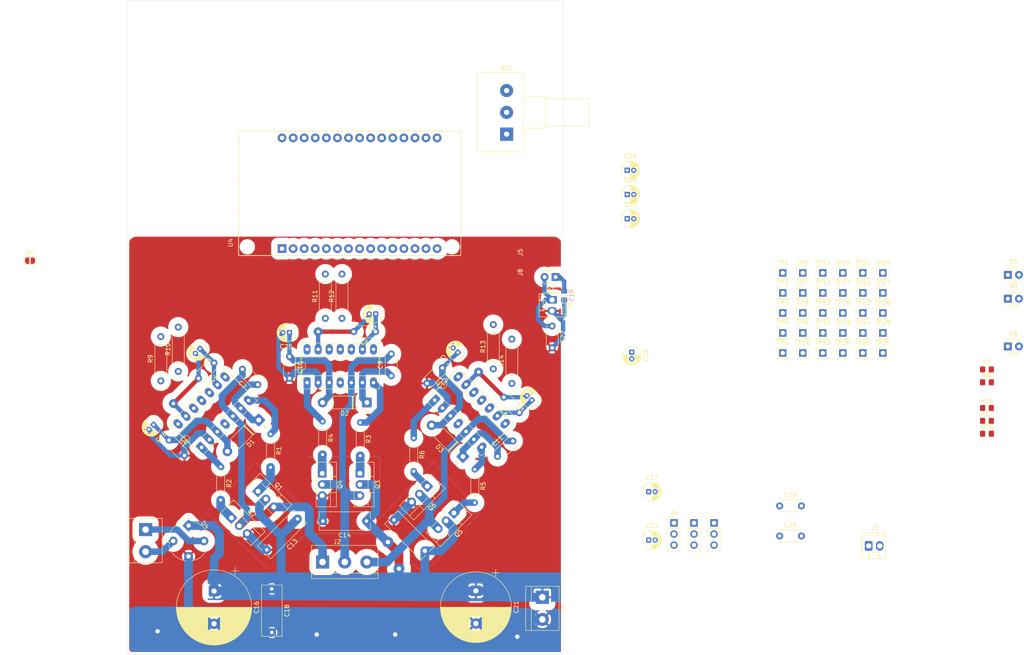
<source format=kicad_pcb>
(kicad_pcb (version 20241229) (generator "pcbnew") (generator_version "9.0")
  (layers (0 "F.Cu" signal) (2 "B.Cu" signal) (13 "F.Paste" user) (15 "B.Paste" user) (5 "F.SilkS" user "F.Silkscreen") (7 "B.SilkS" user "B.Silkscreen") (1 "F.Mask" user) (3 "B.Mask" user) (25 "Edge.Cuts" user))
  (net 0 "")
  (net 1 "Net-(D1-K)")
  (net 2 "/OUT_A")
  (net 3 "COM")
  (net 4 "VDRV")
  (net 5 "VDD")
  (net 6 "VEXT")
  (net 7 "Net-(D2-K)")
  (net 8 "/OUT_B")
  (net 9 "Net-(D3-K)")
  (net 10 "/OUT_C")
  (net 11 "VD")
  (net 12 "Net-(Q1-G)")
  (net 13 "Net-(Q2-G)")
  (net 14 "Net-(Q3-G)")
  (net 15 "Net-(Q4-G)")
  (net 16 "Net-(Q5-G)")
  (net 17 "Net-(Q6-G)")
  (net 18 "Net-(U1-HO)")
  (net 19 "Net-(U1-LO)")
  (net 20 "Net-(U3-HO)")
  (net 21 "Net-(U3-LO)")
  (net 22 "NEUT")
  (net 23 "LINE")
  (net 24 "/LIN_A")
  (net 26 "/HIN_A")
  (net 30 "Net-(D5-K)")
  (net 31 "Net-(D6-K)")
  (net 32 "Net-(D7-K)")
  (net 33 "Net-(D8-K)")
  (net 34 "Net-(U2-HO)")
  (net 35 "Net-(U2-LO)")
  (net 36 "Net-(U4-D2)")
  (net 44 "Net-(U4-D4)")
  (net 45 "Net-(U4-RX2)")
  (net 46 "Net-(U4-TX2)")
  (net 47 "Net-(U4-D5)")
  (net 48 "Net-(U4-D34)")
  (net 58 "/LIN_B")
  (net 60 "/HIN_B")
  (net 63 "/HIN_C")
  (net 64 "Net-(J8-Pin_2)")
  (net 65 "Net-(J8-Pin_1)")
  (net 66 "Net-(J8-Pin_3)")
  (net 67 "/LIN_C")
  (net 70 "Net-(U4-D15)")
  (net 74 "VSS")
  (footprint "Capacitor_THT:C_Disc_D4.7mm_W2.5mm_P5.00mm" (layer "F.Cu") (at 153.75 80.5 -90)
    (property "Reference" "C22")
    (property "Value" "1u-50V")
  )
  (footprint "Capacitor_THT:CP_Radial_D4.0mm_P1.50mm" (layer "F.Cu") (at 72.98142 85.711329 -135)
    (property "Reference" "C1")
    (property "Value" "10u-25V")
  )
  (footprint "Jumper:SolderJumper-2_P1.3mm_Open_RoundedPad1.0x1.5mm" (layer "F.Cu") (at 34 65.5)
    (property "Reference" "JP1")
    (property "Value" "Jumper_2_Bridged")
  )
  (footprint "Capacitor_THT:C_Disc_D4.7mm_W2.5mm_P5.00mm" (layer "F.Cu") (at 93.5 87.5 -90)
    (property "Reference" "C10")
    (property "Value" "1u-50V")
  )
  (footprint "Connector_PinHeader_2.54mm:PinHeader_1x01_P2.54mm_Vertical" (layer "F.Cu") (at 211.23 72.91)
    (property "Reference" "TP7")
    (property "Value" "TestPoint")
  )
  (footprint "Package_DIP:DIP-14_W7.62mm_Socket_LongPads" (layer "F.Cu") (at 97.536 93.472 90)
    (property "Reference" "U2")
    (property "Value" "IR2110-B")
  )
  (footprint "Resistor_THT:R_Axial_DIN0204_L3.6mm_D1.6mm_P7.62mm_Horizontal" (layer "F.Cu") (at 122 106.19 -90)
    (property "Reference" "R6")
    (property "Value" "18")
  )
  (footprint "LED_THT:LED_D3.0mm" (layer "F.Cu") (at 258.26 85.17)
    (property "Reference" "D8")
    (property "Value" "Red")
  )
  (footprint "Capacitor_THT:C_Disc_D4.7mm_W2.5mm_P5.00mm" (layer "F.Cu") (at 113.244 81.788 180)
    (property "Reference" "C5")
    (property "Value" "1u-50V")
  )
  (footprint "Capacitor_THT:C_Disc_D4.7mm_W2.5mm_P5.00mm" (layer "F.Cu") (at 205.92 128.65)
    (property "Reference" "C24")
    (property "Value" "1u-50V")
  )
  (footprint "Resistor_THT:R_Axial_DIN0207_L6.3mm_D2.5mm_P10.16mm_Horizontal" (layer "F.Cu") (at 64 93.08 90)
    (property "Reference" "R9")
    (property "Value" "10")
  )
  (footprint "Connector_PinHeader_2.54mm:PinHeader_1x03_P2.54mm_Vertical" (layer "F.Cu") (at 190.87 125.66)
    (property "Reference" "J8")
    (property "Value" "Conn_01x03_Pin")
  )
  (footprint "Package_TO_SOT_THT:TO-220-3_Vertical" (layer "F.Cu") (at 125.109313 117.261483 -135)
    (property "Reference" "Q6")
    (property "Value" "IRF820")
  )
  (footprint "Resistor_THT:R_Axial_DIN0204_L3.6mm_D1.6mm_P7.62mm_Horizontal" (layer "F.Cu") (at 77.724 112.776 -90)
    (property "Reference" "R2")
    (property "Value" "18")
  )
  (footprint "Capacitor_THT:C_Disc_D4.7mm_W2.5mm_P5.00mm" (layer "F.Cu") (at 86.24038 93.948416 135)
    (property "Reference" "C7")
    (property "Value" "1u-50V")
  )
  (footprint "Capacitor_THT:CP_Radial_D4.0mm_P1.50mm" (layer "F.Cu") (at 113.284 77.724 180)
    (property "Reference" "C2")
    (property "Value" "10u-25V")
  )
  (footprint "esp32devkitv1:MODULE_ESP32_DEVKIT_V1" (layer "F.Cu") (at 107.315 50.05 90)
    (property "Reference" "U4")
    (property "Value" "ESP32-DEVKIT-V1")
  )
  (footprint "Connector_PinHeader_2.54mm:PinHeader_1x01_P2.54mm_Vertical" (layer "F.Cu") (at 215.82 82.09)
    (property "Reference" "TP14")
    (property "Value" "TestPoint")
  )
  (footprint "Connector_PinHeader_2.54mm:PinHeader_1x01_P2.54mm_Vertical" (layer "F.Cu") (at 215.82 77.5)
    (property "Reference" "TP13")
    (property "Value" "TestPoint")
  )
  (footprint "Capacitor_THT:CP_Radial_D4.0mm_P1.50mm" (layer "F.Cu") (at 175.874801 129.59)
    (property "Reference" "C23")
    (property "Value" "10u-25V")
  )
  (footprint "Connector_PinHeader_2.54mm:PinHeader_1x01_P2.54mm_Vertical" (layer "F.Cu") (at 229.59 72.91)
    (property "Reference" "TP27")
    (property "Value" "TestPoint")
  )
  (footprint "Capacitor_THT:CP_Radial_D4.0mm_P1.50mm" (layer "F.Cu") (at 93.5 82 180)
    (property "Reference" "C25")
    (property "Value" "10u-25V")
  )
  (footprint "Capacitor_THT:CP_Radial_D4.0mm_P1.50mm" (layer "F.Cu") (at 170.966 50.33)
    (property "Reference" "C29")
    (property "Value" "10u-25V")
  )
  (footprint "Capacitor_THT:C_Disc_D4.7mm_W2.5mm_P5.00mm" (layer "F.Cu") (at 205.92 121.75)
    (property "Reference" "C19")
    (property "Value" "1u-50V")
  )
  (footprint "Connector_PinHeader_2.54mm:PinHeader_1x01_P2.54mm_Vertical" (layer "F.Cu") (at 206.64 72.91)
    (property "Reference" "TP2")
    (property "Value" "TestPoint")
  )
  (footprint "Resistor_THT:R_Axial_DIN0207_L6.3mm_D2.5mm_P10.16mm_Horizontal" (layer "F.Cu") (at 105.537 78.74 90)
    (property "Reference" "R12")
    (property "Value" "10")
  )
  (footprint "Resistor_SMD:R_0805_2012Metric_Pad1.20x1.40mm_HandSolder" (layer "F.Cu") (at 253.47 105.2)
    (property "Reference" "R18")
    (property "Value" "150k")
  )
  (footprint "Resistor_THT:R_Axial_DIN0204_L3.6mm_D1.6mm_P7.62mm_Horizontal" (layer "F.Cu") (at 89.154 105.283 -90)
    (property "Reference" "R1")
    (property "Value" "18")
  )
  (footprint "Connector_PinHeader_2.54mm:PinHeader_1x01_P2.54mm_Vertical" (layer "F.Cu") (at 225 68.32)
    (property "Reference" "TP21")
    (property "Value" "TestPoint")
  )
  (footprint "Connector_PinHeader_2.54mm:PinHeader_1x01_P2.54mm_Vertical" (layer "F.Cu") (at 211.23 82.09)
    (property "Reference" "TP9")
    (property "Value" "TestPoint")
  )
  (footprint "Connector_Molex:Molex_KK-254_AE-6410-02A_1x02_P2.54mm_Vertical" (layer "F.Cu") (at 226.34 130.92)
    (property "Reference" "J3")
    (property "Value" "5Vext In")
  )
  (footprint "Connector_PinHeader_2.54mm:PinHeader_1x01_P2.54mm_Vertical" (layer "F.Cu") (at 229.59 77.5)
    (property "Reference" "TP28")
    (property "Value" "TestPoint")
  )
  (footprint "Capacitor_THT:C_Rect_L11.5mm_W4.0mm_P10.00mm_MKT" (layer "F.Cu") (at 111.172 125.222 180)
    (property "Reference" "C14")
    (property "Value" "22n-400V")
  )
  (footprint "Connector_PinHeader_2.54mm:PinHeader_1x01_P2.54mm_Vertical" (layer "F.Cu") (at 211.23 86.68)
    (property "Reference" "TP10")
    (property "Value" "TestPoint")
  )
  (footprint "LED_THT:LED_D3.0mm" (layer "F.Cu") (at 154.54 69.25 180)
    (property "Reference" "D7")
    (property "Value" "Red")
  )
  (footprint "Connector_PinHeader_2.54mm:PinHeader_1x01_P2.54mm_Vertical" (layer "F.Cu") (at 225 82.09)
    (property "Reference" "TP24")
    (property "Value" "TestPoint")
  )
  (footprint "Capacitor_THT:C_Disc_D4.7mm_W2.5mm_P5.00mm" (layer "F.Cu") (at 76.186028 88.972505 -135)
    (property "Reference" "C4")
    (property "Value" "1u-50V")
  )
  (footprint "Capacitor_THT:CP_Radial_D4.0mm_P1.50mm" (layer "F.Cu") (at 172 86.5 -90)
    (property "Reference" "C20")
    (property "Value" "10u-25V")
  )
  (footprint "Connector_PinHeader_2.54mm:PinHeader_1x01_P2.54mm_Vertical" (layer "F.Cu") (at 206.64 77.5)
    (property "Reference" "TP3")
    (property "Value" "TestPoint")
  )
  (footprint "Capacitor_THT:CP_Radial_D17.0mm_P7.50mm" (layer "F.Cu") (at 76.2 141.284733 -90)
    (property "Reference" "C16")
    (property "Value" "100u-450V")
  )
  (footprint "Diode_THT:D_DO-41_SOD81_P10.16mm_Horizontal" (layer "F.Cu") (at 86.448269 102.058931 -135)
    (property "Reference" "D1")
    (property "Value" "FR104")
  )
  (footprint "Connector_PinHeader_2.54mm:PinHeader_1x01_P2.54mm_Vertical" (layer "F.Cu") (at 225 77.5)
    (property "Reference" "TP23")
    (property "Value" "TestPoint")
  )
  (footprint "TerminalBlock:TerminalBlock_bornier-2_P5.08mm" (layer "F.Cu") (at 60.5 127.17 -90)
    (property "Reference" "J1")
    (property "Value" "220Vac In")
  )
  (footprint "Connector_PinHeader_2.54mm:PinHeader_1x01_P2.54mm_Vertical" (layer "F.Cu") (at 229.59 82.09)
    (property "Reference" "TP29")
    (property "Value" "TestPoint")
  )
  (footprint "Connector_PinHeader_2.54mm:PinHeader_1x01_P2.54mm_Vertical" (layer "F.Cu") (at 220.41 86.68)
    (property "Reference" "TP20")
    (property "Value" "TestPoint")
  )
  (footprint "Capacitor_THT:CP_Radial_D4.0mm_P1.50mm" (layer "F.Cu") (at 175.874801 118.49)
    (property "Reference" "C17")
    (property "Value" "10u-25V")
  )
  (footprint "Diode_THT:D_DO-41_SOD81_P10.16mm_Horizontal" (layer "F.Cu") (at 133.278943 110.434205 135)
    (property "Reference" "D3")
    (property "Value" "FR104")
  )
  (footprint "Resistor_SMD:R_0805_2012Metric_Pad1.20x1.40mm_HandSolder" (layer "F.Cu") (at 253.47 102.25)
    (property "Reference" "R17")
    (property "Value" "150k")
  )
  (footprint "Connector_PinHeader_2.54mm:PinHeader_1x01_P2.54mm_Vertical" (layer "F.Cu") (at 229.59 68.32)
    (property "Reference" "TP26")
    (property "Value" "TestPoint")
  )
  (footprint "Capacitor_THT:C_Disc_D4.7mm_W2.5mm_P5.00mm" (layer "F.Cu") (at 146.193541 100.370661 135)
    (property "Reference" "C6")
    (property "Value" "1u-50V")
  )
  (footprint "Connector_PinHeader_2.54mm:PinHeader_1x01_P2.54mm_Vertical" (layer "F.Cu") (at 206.64 86.68)
    (property "Reference" "TP5")
    (property "Value" "TestPoint")
  )
  (footprint "Connector_PinHeader_2.54mm:PinHeader_1x01_P2.54mm_Vertical" (layer "F.Cu") (at 206.64 82.09)
    (property "Reference" "TP4")
    (property "Value" "TestPoint")
  )
  (footprint "Capacitor_THT:C_Disc_D4.7mm_W2.5mm_P5.00mm" (layer "F.Cu") (at 141.209853 110.40592 45)
    (property "Reference" "C11")
    (property "Value" "1u-50V")
  )
  (footprint "Connector_PinHeader_2.54mm:PinHeader_1x01_P2.54mm_Vertical" (layer "F.Cu") (at 229.59 86.68)
    (property "Reference" "TP30")
    (property "Value" "TestPoint")
  )
  (footprint "LED_THT:LED_D3.0mm" (layer "F.Cu") (at 258.26 68.76)
    (property "Reference" "D5")
    (property "Value" "Red")
  )
  (footprint "TerminalBlock:TerminalBlock_bornier-3_P5.08mm" (layer "F.Cu") (at 101.092 134.62)
    (property "Reference" "J2")
    (property "Value" "Motor")
  )
  (footprint "Package_TO_SOT_THT:TO-220-3_Vertical" (layer "F.Cu") (at 86.301458 118.390177 -45)
    (property "Reference" "Q1")
    (property "Value" "IRF820")
  )
  (footprint "Capacitor_THT:CP_Radial_D16.0mm_P7.50mm" (layer "F.Cu") (at 136.25 141.224 -90)
    (property "Reference" "C21")
    (property "Value" "47u-450V")
  )
  (footprint "Resistor_THT:R_Axial_DIN0207_L6.3mm_D2.5mm_P10.16mm_Horizontal" (layer "F.Cu") (at 140.25 90.33 90)
    (property "Reference" "R13")
    (property "Value" "10")
  )
  (footprint "Capacitor_THT:C_Disc_D4.7mm_W2.5mm_P5.00mm" (layer "F.Cu") (at 65.876411 106.65866 -45)
    (property "Reference" "C8")
    (property "Value" "1u-50V")
  )
  (footprint "Connector_PinHeader_2.54mm:PinHeader_1x01_P2.54mm_Vertical" (layer "F.Cu") (at 220.41 68.32)
    (property "Reference" "TP16")
    (property "Value" "TestPoint")
  )
  (footprint "Capacitor_THT:CP_Radial_D4.0mm_P1.50mm" (layer "F.Cu") (at 149.078537 97.508293 135)
    (property "Reference" "C3")
    (property "Value" "10u-25V")
  )
  (footprint "Connector_PinHeader_2.54mm:PinHeader_1x01_P2.54mm_Vertical" (layer "F.Cu") (at 211.23 68.32)
    (property "Reference" "TP6")
    (property "Value" "TestPoint")
  )
  (footprint "Connector_PinHeader_2.54mm:PinHeader_1x01_P2.54mm_Vertical" (layer "F.Cu") (at 215.82 72.91)
    (property "Reference" "TP12")
    (property "Value" "TestPoint")
  )
  (footprint "Connector_PinHeader_2.54mm:PinHeader_1x01_P2.54mm_Vertical" (layer "F.Cu") (at 225 72.91)
    (property "Reference" "TP22")
    (property "Value" "TestPoint")
  )
  (footprint "Resistor_THT:R_Axial_DIN0204_L3.6mm_D1.6mm_P7.62mm_Horizontal" (layer "F.Cu") (at 136 113.38 -90)
    (property "Reference" "R5")
    (property "Value" "18")
  )
  (footprint "Capacitor_THT:CP_Radial_D4.0mm_P1.50mm" (layer "F.Cu") (at 62.340877 103.123126 -135)
    (property "Reference" "C26")
    (property "Value" "10u-25V")
  )
  (footprint "Package_TO_SOT_THT:TO-220-3_Vertical" (layer "F.Cu") (at 80.194884 124.496751 -45)
    (property "Reference" "Q2")
    (property "Value" "IRF820")
  )
  (footprint "Resistor_THT:R_Axial_DIN0207_L6.3mm_D2.5mm_P10.16mm_Horizontal" (layer "F.Cu") (at 68 90.91 90)
    (property "Reference" "R10")
    (property "Value" "10")
  )
  (footprint "Connector_PinHeader_2.54mm:PinHeader_1x01_P2.54mm_Vertical" (layer "F.Cu") (at 211.23 77.5)
    (property "Reference" "TP8")
    (property "Value" "TestPoint")
  )
  (footprint "TerminalBlock:TerminalBlock_bornier-2_P5.08mm" (layer "F.Cu") (at 151.5 142.71 -90)
    (property "Reference" "J7")
    (property "Value" "Vd out")
  )
  (footprint "Resistor_THT:R_Axial_DIN0204_L3.6mm_D1.6mm_P7.62mm_Horizontal" (layer "F.Cu") (at 101.092 102.362 -90)
    (property "Reference" "R4")
    (property "Value" "18")
  )
  (footprint "Resistor_SMD:R_0805_2012Metric_Pad1.20x1.40mm_HandSolder" (layer "F.Cu") (at 253.47 99.3)
    (property "Reference" "R16")
    (property "Value" "150k")
  )
  (footprint "Capacitor_THT:C_Disc_D4.7mm_W2.5mm_P5.00mm" (layer "F.Cu") (at 116.84 91.908 90)
    (property "Reference" "C9")
    (property "Value" "1u-50V")
  )
  (footprint "Capacitor_THT:C_Rect_L11.5mm_W4.0mm_P10.00mm_MKT" (layer "F.Cu") (at 124.546068 132.039068 135)
    (property "Reference" "C15" (hide yes))
    (property "Value" "22n-400V")
  )
  (footprint "Diode_THT:D_DO-41_SOD81_P10.16mm_Horizontal" (layer "F.Cu") (at 111.252 98.044 180)
    (property "Reference" "D2")
    (property "Value" "FR104")
  )
  (footprint "Diode_THT:Diode_Bridge_Round_D9.0mm" (layer "F.Cu") (at 70.358 126.258466 -45)
    (property "Reference" "D4")
    (property "Value" "W10M")
  )
  (footprint "Package_TO_SOT_THT:TO-220-3_Vertical" (layer "F.Cu") (at 109.648 114.3 -90)
    (property "Reference" "Q3")
    (property "Value" "IRF820")
  )
  (footprint "Resistor_THT:R_Axial_DIN0207_L6.3mm_D2.5mm_P10.16mm_Horizontal" (layer "F.Cu") (at 101.727 78.74 90)
    (property "Reference" "R11")
    (property "Value" "10")
  )
  (footprint "Capacitor_THT:C_Rect_L11.5mm_W4.5mm_P10.00mm_MKT" (layer "F.Cu") (at 89.45 140.78 -90)
    (property "Reference" "C18")
    (property "Value" "10n-400V")
  )
  (footprint "Capacitor_THT:CP_Radial_D4.0mm_P1.50mm" (layer "F.Cu") (at 170.966 55.88)
    (property "Reference" "C30")
    (property "Value" "10u-25V")
  )
  (footprint "Capacitor_THT:C_Disc_D4.7mm_W2.5mm_P5.00mm" (layer "F.Cu") (at 128.57244 90.109127 -135)
    (property "Reference" "C12")
    (property "Value" "1u-50V")
  )
  (footprint "Connector_PinHeader_2.54mm:PinHeader_1x01_P2.54mm_Vertical" (layer "F.Cu") (at 225 86.68)
    (property "Reference" "TP25")
    (property "Value" "TestPoint")
  )
  (footprint "Resistor_THT:R_Axial_DIN0204_L3.6mm_D1.6mm_P7.62mm_Horizontal" (layer "F.Cu") (at 109.728 102.616 -90)
    (property "Reference" "R3")
    (property "Value" "18")
  )
  (footprint "Package_TO_SOT_THT:TO-220-3_Vertical" (layer "F.Cu") (at 131.215887 123.368057 -135)
    (property "Reference" "Q5")
    (property "Value" "IRF820")
  )
  (footprint "Resistor_SMD:R_0805_2012Metric_Pad1.20x1.40mm_HandSolder" (layer "F.Cu") (at 253.47 93.4)
    (property "Reference" "R8")
    (property "Value" "220")
  )
  (footprint "Package_DIP:DIP-14_W7.62mm_Socket_LongPads" (layer "F.Cu") (at 126.813159 97.502636 45)
    (property "Reference" "U3")
    (property "Value" "IR2110-C")
  )
  (footprint "Package_DIP:DIP-14_W7.62mm_Socket_LongPads" (layer "F.Cu") (at 73.340631 108.341574 135)
    (property "Reference" "U1")
    (property "Value" "IR2110-A")
  )
  (footprint "LED_THT:LED_D3.0mm" (layer "F.Cu") (at 258.26 74.23)
    (property "Reference" "D6")
    (property "Value" "Red")
  )
  (footprint "Resistor_SMD:R_0805_2012Metric_Pad1.20x1.40mm_HandSolder" (layer "F.Cu") (at 253.47 90.45)
    (property "Reference" "R7")
    (property "Value" "560")
  )
  (footprint "Connector_PinHeader_2.54mm:PinHeader_1x01_P2.54mm_Vertical" (layer "F.Cu") (at 220.41 77.5)
    (property "Reference" "TP18")
    (property "Value" "TestPoint")
  )
  (footprint "Resistor_THT:R_Axial_DIN0207_L6.3mm_D2.5mm_P10.16mm_Horizontal" (layer "F.Cu") (at 144.5 93.66 90)
    (property "Reference" "R14")
    (property "Value" "10")
  )
  (footprint "Package_TO_SOT_THT:TO-220-3_Vertical" (layer "F.Cu") (at 101.012 114.3 -90)
    (property "Reference" "Q4")
    (property "Value" "IRF820")
  )
  (footprint "Capacitor_THT:CP_Radial_D4.0mm_P1.50mm" (layer "F.Cu") (at 170.966 44.78)
    (property "Reference" "C28")
    (property "Value" "10u-25V")
  )
  (footprint "Connector_PinHeader_2.54mm:PinHeader_1x01_P2.54mm_Vertical" (layer "F.Cu") (at 215.82 68.32)
    (property "Reference" "TP11")
    (property "Value" "TestPoint")
  )
  (footprint "Capacitor_THT:CP_Radial_D4.0mm_P1.50mm" (layer "F.Cu") (at 132.107974 86.573594 135)
    (property "Reference" "C27")
    (property "Value" "10u-25V")
  )
  (footprint "Connector_PinHeader_2.54mm:PinHeader_1x03_P2.54mm_Vertical" (layer "F.Cu") (at 181.69 125.66)
    (property "Reference" "J4")
    (property "Value" "Conn_01x03_Pin")
  )
  (footprint "Connector_PinHeader_2.54mm:PinHeader_1x01_P2.54mm_Vertical" (layer "F.Cu") (at 206.64 68.32)
    (property "Reference" "TP1")
    (property "Value" "TestPoint")
  )
  (footprint "Connector_Molex:Molex_KK-254_AE-6410-02A_1x02_P2.54mm_Vertical" (layer "F.Cu") (at 153.73 74.475 -90)
    (property "Reference" "J6")
    (property "Value" "15Vext In")
  )
  (footprint "Connector_PinHeader_2.54mm:PinHeader_1x01_P2.54mm_Vertical" (layer "F.Cu") (at 220.41 72.91)
    (property "Reference" "TP17")
    (property "Value" "TestPoint")
  )
  (footprint "Connector_PinHeader_2.54mm:PinHeader_1x01_P2.54mm_Vertical" (layer "F.Cu") (at 220.41 82.09)
    (property "Reference" "TP19")
    (property "Value" "TestPoint")
  )
  (footprint "Connector_PinHeader_2.54mm:PinHeader_1x01_P2.54mm_Vertical" (layer "F.Cu") (at 215.82 86.68)
    (property "Reference" "TP15")
    (property "Value" "TestPoint")
  )
  (footprint "Potentiometer_THT:Potentiometer_Alps_RK163_Single_Horizontal" (layer "F.Cu") (at 143.302 36.496 180)
    (property "Reference" "RV1")
    (property "Value" "10k")
  )
  (footprint "Capacitor_THT:C_Rect_L11.5mm_W4.0mm_P10.00mm_MKT" (layer "F.Cu") (at 95.356534 124.734466 -135)
    (property "Reference" "C13")
    (property "Value" "22n-400V")
  )
  (footprint "Connector_PinHeader_2.54mm:PinHeader_1x03_P2.54mm_Vertical" (layer "F.Cu") (at 186.28 125.66)
    (property "Reference" "J5")
    (property "Value" "Conn_01x03_Pin")
  )
  (footprint "Resistor_SMD:R_0805_2012Metric_Pad1.20x1.40mm_HandSolder" (layer "B.Cu") (at 156.5 73.5 90)
    (property "Reference" "R15")
    (property "Value" "2.7k")
  )
  (gr_rect (start 56.25 5.75) (end 156.25 155.75) (stroke (width 0.05)) (fill no) (layer "Edge.Cuts"))
  (segment (start 80.977384 98.017815) (end 82.320887 99.361318) (width 1.5) (layer "B.Cu") (net 1))
  (segment (start 84.141687 93.948416) (end 80.977384 97.112719) (width 1.5) (layer "B.Cu") (net 1))
  (segment (start 86.24038 93.948416) (end 84.141687 93.948416) (width 1.5) (layer "B.Cu") (net 1))
  (segment (start 85.018499 102.058931) (end 82.320887 99.361318) (width 1.5) (layer "B.Cu") (net 1))
  (segment (start 80.977384 97.112719) (end 80.977384 98.017815) (width 1.5) (layer "B.Cu") (net 1))
  (segment (start 85.018499 102.058931) (end 86.448269 102.058931) (width 1.5) (layer "B.Cu") (net 1))
  (segment (start 87.669839 124.206) (end 89.89356 121.982279) (width 2) (layer "F.Cu") (net 2))
  (segment (start 84.077737 124.206) (end 87.669839 124.206) (width 2) (layer "F.Cu") (net 2))
  (segment (start 81.990935 126.292802) (end 84.077737 124.206) (width 2) (layer "F.Cu") (net 2))
  (segment (start 83.75 124.533737) (end 81.990935 126.292802) (width 1.5) (layer "B.Cu") (net 2))
  (segment (start 78.010364 96.487636) (end 78.010364 98.642898) (width 1.5) (layer "B.Cu") (net 2))
  (segment (start 98.044 122.682) (end 98.044 128.016) (width 2) (layer "B.Cu") (net 2))
  (segment (start 82.5 103.132533) (end 82.5 121.25) (width 1.5) (layer "B.Cu") (net 2))
  (segment (start 82.5 121.25) (end 83.75 122.5) (width 1.5) (layer "B.Cu") (net 2))
  (segment (start 89.89356 121.982279) (end 97.344279 121.982279) (width 2) (layer "B.Cu") (net 2))
  (segment (start 101.092 131.064) (end 101.092 134.62) (width 2) (layer "B.Cu") (net 2))
  (segment (start 78.010364 98.642898) (end 80.524835 101.157369) (width 1.5) (layer "B.Cu") (net 2))
  (segment (start 82.704846 90.412882) (end 82.704846 91.793154) (width 1.5) (layer "B.Cu") (net 2))
  (segment (start 83.75 122.5) (end 83.75 124.533737) (width 1.5) (layer "B.Cu") (net 2))
  (segment (start 98.044 128.016) (end 101.092 131.064) (width 2) (layer "B.Cu") (net 2))
  (segment (start 97.344279 121.982279) (end 98.044 122.682) (width 2) (layer "B.Cu") (net 2))
  (segment (start 80.524836 101.157369) (end 82.5 103.132533) (width 1.5) (layer "B.Cu") (net 2))
  (segment (start 82.704846 91.793154) (end 78.010364 96.487636) (width 1.5) (layer "B.Cu") (net 2))
  (via (at 63.25 150.5) (size 3) (drill 1) (layers "F.Cu" "B.Cu") (net 3))
  (via (at 99.75 151.25) (size 3) (drill 1) (layers "F.Cu" "B.Cu") (net 3))
  (via (at 117.75 151.25) (size 3) (drill 1) (layers "F.Cu" "B.Cu") (net 3))
  (via (at 145.75 151.75) (size 3) (drill 1) (layers "F.Cu" "B.Cu") (net 3))
  (segment (start 91 90) (end 93.5 92.5) (width 1) (layer "B.Cu") (net 3))
  (segment (start 70.358 146.812) (end 72.39 148.844) (width 2) (layer "B.Cu") (net 3))
  (segment (start 76.2 148.784733) (end 80.712733 148.784733) (width 2) (layer "B.Cu") (net 3))
  (segment (start 129.686841 98.221056) (end 128.60921 99.298687) (width 1.5) (layer "B.Cu") (net 3))
  (segment (start 80.712733 148.784733) (end 82.804 150.876) (width 2) (layer "B.Cu") (net 3))
  (segment (start 93.472 92.376) (end 94.916 90.932) (width 1.5) (layer "B.Cu") (net 3))
  (segment (start 143.294 147.79) (end 142.24 148.844) (width 2) (layer "B.Cu") (net 3))
  (segment (start 155.6075 78.8925) (end 156.25 79.535) (width 1) (layer "B.Cu") (net 3))
  (segment (start 121.517211 120.925789) (end 117.475 124.968) (width 2) (layer "B.Cu") (net 3))
  (segment (start 66.229965 110.194194) (end 69.411945 110.194194) (width 1) (layer "B.Cu") (net 3))
  (segment (start 151.5 147.79) (end 143.294 147.79) (width 2) (layer "B.Cu") (net 3))
  (segment (start 91 83) (end 91 90) (width 1) (layer "B.Cu") (net 3))
  (segment (start 125.045392 93.523039) (end 126.482233 93.523039) (width 1.5) (layer "B.Cu") (net 3))
  (segment (start 153.73 77.015) (end 155.6075 78.8925) (width 1) (layer "B.Cu") (net 3))
  (segment (start 72.449267 148.784733) (end 76.2 148.784733) (width 2) (layer "B.Cu") (net 3))
  (segment (start 73.699841 105.108682) (end 72.513316 105.108682) (width 1.5) (layer "B.Cu") (net 3))
  (segment (start 156.25 79.535) (end 156.25 83) (width 1) (layer "B.Cu") (net 3))
  (segment (start 72.39 148.844) (end 72.449267 148.784733) (width 2) (layer "B.Cu") (net 3))
  (segment (start 142.12 148.724) (end 136.25 148.724) (width 2) (layer "B.Cu") (net 3))
  (segment (start 142.24 148.844) (end 142.12 148.724) (width 2) (layer "B.Cu") (net 3))
  (segment (start 129.686841 96.784215) (end 129.686841 98.221056) (width 1.5) (layer "B.Cu") (net 3))
  (segment (start 156.5 74.5) (end 156.5 78) (width 1) (layer "B.Cu") (net 3))
  (segment (start 99.436 90.932) (end 100.076 91.572) (width 1.5) (layer "B.Cu") (net 3))
  (segment (start 94.916 90.932) (end 99.436 90.932) (width 1.5) (layer "B.Cu") (net 3))
  (segment (start 87.503667 131.805534) (end 83.786986 128.088853) (width 2) (layer "B.Cu") (net 3))
  (segment (start 156.5 78) (end 155.6075 78.8925) (width 1) (layer "B.Cu") (net 3))
  (segment (start 72.513316 105.108682) (end 69.389318 108.23268) (width 1.5) (layer "B.Cu") (net 3))
  (segment (start 61.280217 104.183786) (end 61.987324 104.890893) (width 1) (layer "B.Cu") (net 3))
  (segment (start 101.012 119.38) (end 101.012 125.062) (width 2) (layer "B.Cu") (net 3))
  (segment (start 156.25 83) (end 153.75 85.5) (width 1) (layer "B.Cu") (net 3))
  (segment (start 100.076 91.572) (end 100.076 93.472) (width 1.5) (layer "B.Cu") (net 3))
  (segment (start 75.136682 106.545523) (end 73.699841 105.108682) (width 1.5) (layer "B.Cu") (net 3))
  (segment (start 121.517211 120.853585) (end 121.517211 120.925789) (width 2) (layer "B.Cu") (net 3))
  (segment (start 82.9 150.78) (end 89.45 150.78) (width 2) (layer "B.Cu") (net 3))
  (segment (start 70.358 133.329534) (end 70.358 146.812) (width 2) (layer "B.Cu") (net 3))
  (segment (start 126.453948 93.551323) (end 129.686841 96.784215) (width 1.5) (layer "B.Cu") (net 3))
  (segment (start 69.389318 108.23268) (end 69.389318 110.137626) (width 1.5) (layer "B.Cu") (net 3))
  (segment (start 82.804 150.876) (end 82.9 150.78) (width 2) (layer "B.Cu") (net 3))
  (segment (start 101.012 125.062) (end 101.172 125.222) (width 2) (layer "B.Cu") (net 3))
  (segment (start 61.987324 104.890893) (end 61.987324 105.951553) (width 1) (layer "B.Cu") (net 3))
  (segment (start 92 82) (end 91 83) (width 1) (layer "B.Cu") (net 3))
  (segment (start 88.285466 131.805534) (end 87.503667 131.805534) (width 2) (layer "B.Cu") (net 3))
  (segment (start 61.987324 105.951553) (end 66.229965 110.194194) (width 1) (layer "B.Cu") (net 3))
  (segment (start 93.5 82) (end 93.5 87.5) (width 1) (layer "B.Cu") (net 4))
  (segment (start 152 80.5) (end 153.75 80.5) (width 1) (layer "B.Cu") (net 4))
  (segment (start 102.616 93.472) (end 102.616 89.408) (width 1.5) (layer "B.Cu") (net 4))
  (segment (start 128.25 103.25) (end 126.094738 103.25) (width 1.5) (layer "B.Cu") (net 4))
  (segment (start 102.616 96.52) (end 101.092 98.044) (width 1.5) (layer "B.Cu") (net 4))
  (segment (start 153.73 74.475) (end 152.275 74.475) (width 1) (layer "B.Cu") (net 4))
  (segment (start 130.405261 101.094738) (end 128.25 103.25) (width 1.5) (layer "B.Cu") (net 4))
  (segment (start 152 69.25) (end 152 72.5) (width 1) (layer "B.Cu") (net 4))
  (segment (start 74.418261 102.235) (end 72.263 102.235) (width 1.5) (layer "B.Cu") (net 4))
  (segment (start 102.616 93.472) (end 102.616 96.52) (width 1.5) (layer "B.Cu") (net 4))
  (segment (start 128.552641 92.057914) (end 132.560523 96.065795) (width 1.5) (layer "B.Cu") (net 4))
  (segment (start 62.340877 103.123126) (end 65.876411 106.65866) (width 1) (layer "B.Cu") (net 4))
  (segment (start 132.107974 86.573594) (end 128.57244 90.109127) (width 1) (layer "B.Cu") (net 4))
  (segment (start 150.5 79) (end 152 80.5) (width 1) (layer "B.Cu") (net 4))
  (segment (start 79.264064 107.080803) (end 76.932733 104.749472) (width 1.5) (layer "B.Cu") (net 4))
  (segment (start 79.264064 107.080803) (end 79.264064 109.243135) (width 1.5) (layer "B.Cu") (net 4))
  (segment (start 72.263 102.235) (end 67.895908 106.602092) (width 1.5) (layer "B.Cu") (net 4))
  (segment (start 101.6 88.392) (end 94.488 88.392) (width 1.5) (layer "B.Cu") (net 4))
  (segment (start 153.73 74.475) (end 151.8775 72.6225) (width 1) (layer "B.Cu") (net 4))
  (segment (start 152.275 74.475) (end 150.5 76.25) (width 1) (layer "B.Cu") (net 4))
  (segment (start 76.932733 104.749472) (end 74.418261 102.235) (width 1.5) (layer "B.Cu") (net 4))
  (segment (start 128.580926 89.987505) (end 128.580926 92.029629) (width 1.5) (layer "B.Cu") (net 4))
  (segment (start 102.616 89.408) (end 101.6 88.392) (width 1.5) (layer "B.Cu") (net 4))
  (segment (start 132.560523 96.065795) (end 132.560523 98.939477) (width 1.5) (layer "B.Cu") (net 4))
  (segment (start 132.560523 98.939477) (end 130.405261 101.094738) (width 1.5) (layer "B.Cu") (net 4))
  (segment (start 94.488 88.392) (end 93.472 87.376) (width 1.5) (layer "B.Cu") (net 4))
  (segment (start 150.5 76.25) (end 150.5 79) (width 1) (layer "B.Cu") (net 4))
  (segment (start 67.895908 106.602092) (end 65.853784 106.602092) (width 1.5) (layer "B.Cu") (net 4))
  (segment (start 72.98142 85.711329) (end 76.186028 88.915937) (width 1) (layer "B.Cu") (net 5))
  (segment (start 141.181568 101.094738) (end 141.905646 100.370661) (width 1) (layer "B.Cu") (net 5))
  (segment (start 76.932733 93.973165) (end 76.186028 93.22646) (width 1) (layer "B.Cu") (net 5))
  (segment (start 113.284 77.724) (end 113.284 81.748) (width 1) (layer "B.Cu") (net 5))
  (segment (start 146.216169 100.370661) (end 146.193541 100.370661) (width 1) (layer "B.Cu") (net 5))
  (segment (start 113.284 81.748) (end 113.244 81.788) (width 1) (layer "B.Cu") (net 5))
  (segment (start 76.186028 88.915937) (end 76.186028 88.972505) (width 1) (layer "B.Cu") (net 5))
  (segment (start 110.236 84.796) (end 113.244 81.788) (width 1) (layer "B.Cu") (net 5))
  (segment (start 141.181568 101.03817) (end 141.181568 101.094738) (width 1) (layer "B.Cu") (net 5))
  (segment (start 110.196 85.812) (end 110.236 85.852) (width 1) (layer "B.Cu") (net 5))
  (segment (start 110.236 85.852) (end 110.236 84.796) (width 1) (layer "B.Cu") (net 5))
  (segment (start 141.905646 100.370661) (end 146.193541 100.370661) (width 1) (layer "B.Cu") (net 5))
  (segment (start 76.186028 93.22646) (end 76.186028 88.972505) (width 1) (layer "B.Cu") (net 5))
  (segment (start 76.876164 93.973165) (end 76.932733 93.973165) (width 1) (layer "B.Cu") (net 5))
  (segment (start 149.078537 97.508293) (end 146.216169 100.370661) (width 1) (layer "B.Cu") (net 5))
  (segment (start 110.236 91.44) (end 110.236 93.472) (width 1.5) (layer "B.Cu") (net 7))
  (segment (start 116.84 91.908) (end 115.864 90.932) (width 1.5) (layer "B.Cu") (net 7))
  (segment (start 110.744 90.932) (end 110.236 91.44) (width 1.5) (layer "B.Cu") (net 7))
  (segment (start 115.864 90.932) (end 110.744 90.932) (width 1.5) (layer "B.Cu") (net 7))
  (segment (start 110.236 93.472) (end 110.236 97.028) (width 1.5) (layer "B.Cu") (net 7))
  (segment (start 110.236 97.028) (end 111.252 98.044) (width 1.5) (layer "B.Cu") (net 7))
  (segment (start 106.172 134.62) (end 106.172 118.364) (width 2) (layer "B.Cu") (net 8))
  (segment (start 107.696 93.472) (end 107.696 98.552) (width 1.5) (layer "B.Cu") (net 8))
  (segment (start 106.172 118.364) (end 104.648 116.84) (width 2) (layer "B.Cu") (net 8))
  (segment (start 107.696 98.552) (end 105.664 100.584) (width 1.5) (layer "B.Cu") (net 8))
  (segment (start 104.648 116.84) (end 101.012 116.84) (width 2) (layer "B.Cu") (net 8))
  (segment (start 115.356 88.392) (end 109.22 88.392) (width 1.5) (layer "B.Cu") (net 8))
  (segment (start 105.664 117.856) (end 106.172 118.364) (width 1.5) (layer "B.Cu") (net 8))
  (segment (start 107.188 119.38) (end 106.172 118.364) (width 2) (layer "B.Cu") (net 8))
  (segment (start 109.22 88.392) (end 107.696 89.916) (width 1.5) (layer "B.Cu") (net 8))
  (segment (start 116.84 86.908) (end 115.356 88.392) (width 1.5) (layer "B.Cu") (net 8))
  (segment (start 109.648 119.38) (end 107.188 119.38) (width 2) (layer "B.Cu") (net 8))
  (segment (start 105.664 100.584) (end 105.664 117.856) (width 1.5) (layer "B.Cu") (net 8))
  (segment (start 107.696 89.916) (end 107.696 93.472) (width 1.5) (layer "B.Cu") (net 8))
  (segment (start 141.209853 110.40592) (end 141.209853 108.307228) (width 1.5) (layer "B.Cu") (net 9))
  (segment (start 137.136918 105.139389) (end 135.793415 106.482892) (width 1.5) (layer "B.Cu") (net 9))
  (segment (start 135.793415 106.482892) (end 133.278943 108.997364) (width 1.5) (layer "B.Cu") (net 9))
  (segment (start 141.209853 108.307228) (end 138.042014 105.139389) (width 1.5) (layer "B.Cu") (net 9))
  (segment (start 138.042014 105.139389) (end 137.136918 105.139389) (width 1.5) (layer "B.Cu") (net 9))
  (segment (start 133.278943 108.997364) (end 133.278943 110.434205) (width 1.5) (layer "B.Cu") (net 9))
  (segment (start 129 109.684204) (end 129 119.679602) (width 1.5) (layer "B.Cu") (net 10))
  (segment (start 136.871045 101.813159) (end 133.997364 104.686841) (width 1.5) (layer "B.Cu") (net 10))
  (segment (start 125.569639 123.109963) (end 125.569639 121.313912) (width 2) (layer "B.Cu") (net 10))
  (segment (start 127.623785 126.96016) (end 125.569639 124.906014) (width 2) (layer "B.Cu") (net 10))
  (segment (start 125.569639 124.906014) (end 125.569639 123.109963) (width 2) (layer "B.Cu") (net 10))
  (segment (start 129 119.679602) (end 125.569639 123.109963) (width 1.5) (layer "B.Cu") (net 10))
  (segment (start 133.997364 104.686841) (end 129 109.684204) (width 1.5) (layer "B.Cu") (net 10))
  (segment (start 144.745387 106.870387) (end 143.365114 106.870387) (width 1.5) (layer "B.Cu") (net 10))
  (segment (start 115.855653 134.62) (end 111.252 134.62) (width 2) (layer "B.Cu") (net 10))
  (segment (start 125.569639 121.313912) (end 123.313262 119.057534) (width 2) (layer "B.Cu") (net 10))
  (segment (start 143.365114 106.870387) (end 138.307886 101.813159) (width 1.5) (layer "B.Cu") (net 10))
  (segment (start 138.307886 101.813159) (end 136.871045 101.813159) (width 1.5) (layer "B.Cu") (net 10))
  (segment (start 125.569639 124.906014) (end 115.855653 134.62) (width 2) (layer "B.Cu") (net 10))
  (segment (start 116.078 130.048) (end 118.618 132.588) (width 2) (layer "F.Cu") (net 11))
  (segment (start 118.618 132.588) (end 118.618 135.382) (width 2) (layer "F.Cu") (net 11))
  (via (at 118.618 136.144) (size 2.5) (drill 1) (layers "F.Cu" "B.Cu") (net 11))
  (via (at 116.078 130.048) (size 2.5) (drill 1) (layers "F.Cu" "B.Cu") (net 11))
  (segment (start 113.284 117.856) (end 113.284 123.11) (width 2) (layer "B.Cu") (net 11))
  (segment (start 118.618 136.144) (end 118.618 141.224) (width 2) (layer "B.Cu") (net 11))
  (segment (start 77.47 132.588) (end 76.2 133.858) (width 2) (layer "B.Cu") (net 11))
  (segment (start 88.097509 120.186228) (end 88.093772 120.186228) (width 2) (layer "B.Cu") (net 11))
  (segment (start 142.964 142.71) (end 141.478 141.224) (width 2) (layer "B.Cu") (net 11))
  (segment (start 91.567 128.524) (end 91.567 140.653) (width 2) (layer "B.Cu") (net 11))
  (segment (start 128.210932 132.039068) (end 131 129.25) (width 2) (layer "B.Cu") (net 11))
  (segment (start 86.614 121.666) (end 86.614 123.698) (width 2) (layer "B.Cu") (net 11))
  (segment (start 76.2 141.284733) (end 83.505267 141.284733) (width 2) (layer "B.Cu") (net 11))
  (segment (start 84.074 140.716) (end 84.138 140.78) (width 2) (layer "B.Cu") (net 11))
  (segment (start 141.478 141.224) (end 136.25 141.224) (width 2) (layer "B.Cu") (net 11))
  (segment (start 94.298 140.78) (end 91.694 140.78) (width 2) (layer "B.Cu") (net 11))
  (segment (start 112.268 116.84) (end 113.284 117.856) (width 2) (layer "B.Cu") (net 11))
  (segment (start 131 126.744272) (end 129.419836 125.164108) (width 2) (layer "B.Cu") (net 11))
  (segment (start 84.138 140.78) (end 89.45 140.78) (width 2) (layer "B.Cu") (net 11))
  (segment (start 91.567 128.524) (end 95.356534 124.734466) (width 2) (layer "B.Cu") (net 11))
  (segment (start 94.742 141.224) (end 94.298 140.78) (width 2) (layer "B.Cu") (net 11))
  (segment (start 118.618 141.224) (end 94.742 141.224) (width 2) (layer "B.Cu") (net 11))
  (segment (start 113.284 123.11) (end 111.172 125.222) (width 2) (layer "B.Cu") (net 11))
  (segment (start 115.998 130.048) (end 116.078 130.048) (width 2) (layer "B.Cu") (net 11))
  (segment (start 111.172 125.222) (end 115.998 130.048) (width 2) (layer "B.Cu") (net 11))
  (segment (start 86.614 123.698) (end 91.44 128.524) (width 2) (layer "B.Cu") (net 11))
  (segment (start 70.358 126.258466) (end 75.966466 126.258466) (width 2) (layer "B.Cu") (net 11))
  (segment (start 75.966466 126.258466) (end 77.47 127.762) (width 2) (layer "B.Cu") (net 11))
  (segment (start 91.567 140.653) (end 91.694 140.78) (width 2) (layer "B.Cu") (net 11))
  (segment (start 88.093772 120.186228) (end 86.614 121.666) (width 2) (layer "B.Cu") (net 11))
  (segment (start 91.44 128.524) (end 91.567 128.524) (width 2) (layer "B.Cu") (net 11))
  (segment (start 109.648 116.84) (end 112.268 116.84) (width 2) (layer "B.Cu") (net 11))
  (segment (start 136.25 141.224) (end 124.714 141.224) (width 2) (layer "B.Cu") (net 11))
  (segment (start 151.5 142.71) (end 142.964 142.71) (width 2) (layer "B.Cu") (net 11))
  (segment (start 124.546068 141.056068) (end 124.714 141.224) (width 2) (layer "B.Cu") (net 11))
  (segment (start 83.505267 141.284733) (end 84.074 140.716) (width 2) (layer "B.Cu") (net 11))
  (segment (start 77.47 127.762) (end 77.47 132.588) (width 2) (layer "B.Cu") (net 11))
  (segment (start 124.714 141.224) (end 118.618 141.224) (width 2) (layer "B.Cu") (net 11))
  (segment (start 124.546068 132.039068) (end 128.210932 132.039068) (width 2) (layer "B.Cu") (net 11))
  (segment (start 124.546068 132.039068) (end 124.546068 141.056068) (width 2) (layer "B.Cu") (net 11))
  (segment (start 76.2 133.858) (end 76.2 141.284733) (width 2) (layer "B.Cu") (net 11))
  (segment (start 131 129.25) (end 131 126.744272) (width 2) (layer "B.Cu") (net 11))
  (segment (start 91.694 140.78) (end 89.45 140.78) (width 2) (layer "B.Cu") (net 11))
  (segment (start 89.154 112.903) (end 89.154 115.537635) (width 2) (layer "B.Cu") (net 12))
  (segment (start 89.154 115.537635) (end 86.301458 118.390177) (width 2) (layer "B.Cu") (net 12))
  (segment (start 77.724 120.396) (end 77.724 122.025867) (width 2) (layer "B.Cu") (net 13))
  (segment (start 77.724 122.025867) (end 80.194884 124.496751) (width 2) (layer "B.Cu") (net 13))
  (segment (start 109.728 110.236) (end 109.728 114.22) (width 2) (layer "B.Cu") (net 14))
  (segment (start 109.728 114.22) (end 109.648 114.3) (width 2) (layer "B.Cu") (net 14))
  (segment (start 101.012 114.3) (end 101.012 110.062) (width 2) (layer "B.Cu") (net 15))
  (segment (start 101.012 110.062) (end 101.092 109.982) (width 2) (layer "B.Cu") (net 15))
  (segment (start 133.583944 121) (end 131.215887 123.368057) (width 1.5) (layer "B.Cu") (net 16))
  (segment (start 136 121) (end 133.583944 121) (width 1.5) (layer "B.Cu") (net 16))
  (segment (start 122 114.15217) (end 125.109313 117.261483) (width 1.5) (layer "B.Cu") (net 17))
  (segment (start 122 113.81) (end 122 114.15217) (width 1.5) (layer "B.Cu") (net 17))
  (segment (start 90.17 104.267) (end 89.154 105.283) (width 1.5) (layer "B.Cu") (net 18))
  (segment (start 84.116938 97.565267) (end 87.786267 97.565267) (width 1.5) (layer "B.Cu") (net 18))
  (segment (start 90.17 99.949) (end 90.17 104.267) (width 1.5) (layer "B.Cu") (net 18))
  (segment (start 87.786267 97.565267) (end 90.17 99.949) (width 1.5) (layer "B.Cu") (net 18))
  (segment (start 77.830759 112.831702) (end 73.340631 108.341574) (width 1.5) (layer "B.Cu") (net 19))
  (segment (start 137.589466 108.278943) (end 137.589466 111.790534) (width 1.5) (layer "B.Cu") (net 20))
  (segment (start 137.589466 111.790534) (end 136 113.38) (width 1.5) (layer "B.Cu") (net 20))
  (segment (start 126.813159 97.502636) (end 122 102.315795) (width 1.5) (layer "B.Cu") (net 21))
  (segment (start 122 102.315795) (end 122 106.19) (width 1.5) (layer "B.Cu") (net 21))
  (segment (start 60.5 132.25) (end 64.366466 132.25) (width 1.5) (layer "B.Cu") (net 22))
  (segment (start 64.366466 132.25) (end 66.822466 129.794) (width 1.5) (layer "B.Cu") (net 22))
  (segment (start 70.358 129.794) (end 73.893534 129.794) (width 1.5) (layer "B.Cu") (net 23))
  (segment (start 60.5 127.17) (end 67.734 127.17) (width 1.5) (layer "B.Cu") (net 23))
  (segment (start 67.734 127.17) (end 70.358 129.794) (width 1.5) (layer "B.Cu") (net 23))
  (segment (start 156.5 70.25) (end 156.5 72.5) (width 1) (layer "B.Cu") (net 32))
  (segment (start 155.5 69.25) (end 156.5 70.25) (width 1) (layer "B.Cu") (net 32))
  (segment (start 154.54 69.25) (end 155.5 69.25) (width 1) (layer "B.Cu") (net 32))
  (segment (start 114.3 99.568) (end 111.252 102.616) (width 1.5) (layer "B.Cu") (net 34))
  (segment (start 114.3 94.996) (end 114.3 99.568) (width 1.5) (layer "B.Cu") (net 34))
  (segment (start 112.776 93.472) (end 114.3 94.996) (width 1.5) (layer "B.Cu") (net 34))
  (segment (start 111.252 102.616) (end 109.728 102.616) (width 1.5) (layer "B.Cu") (net 34))
  (segment (start 97.536 98.806) (end 101.092 102.362) (width 1.5) (layer "B.Cu") (net 35))
  (segment (start 97.536 93.472) (end 97.536 98.806) (width 1.5) (layer "B.Cu") (net 35))
  (segment (start 142.658007 96.835127) (end 136.871045 91.048165) (width 1) (layer "F.Cu") (net 74))
  (segment (start 136.871045 91.048165) (end 136.871045 91.036852) (width 1) (layer "F.Cu") (net 74))
  (segment (start 72.650494 92.508039) (end 66.874846 98.283687) (width 1) (layer "F.Cu") (net 74))
  (segment (start 108.244 81.788) (end 100.076 81.788) (width 1) (layer "F.Cu") (net 74))
  (via (at 100.076 81.788) (size 2) (drill 0.8) (layers "F.Cu" "B.Cu") (net 74))
  (via (at 66.874846 98.283687) (size 2) (drill 0.8) (layers "F.Cu" "B.Cu") (net 74))
  (via (at 136.871045 91.036852) (size 2) (drill 0.8) (layers "F.Cu" "B.Cu") (net 74))
  (segment (start 147.630382 96.835127) (end 142.658007 96.835127) (width 1) (layer "B.Cu") (net 74))
  (segment (start 136.871045 91.036852) (end 133.997364 93.910533) (width 1) (layer "B.Cu") (net 74))
  (segment (start 111.784 78.248) (end 108.244 81.788) (width 1) (layer "B.Cu") (net 74))
  (segment (start 111.784 77.724) (end 111.784 78.248) (width 1) (layer "B.Cu") (net 74))
  (segment (start 100.076 81.788) (end 100.076 85.852) (width 1) (layer "B.Cu") (net 74))
  (segment (start 72.650494 87.501723) (end 72.650494 92.508039) (width 1) (layer "B.Cu") (net 74))
  (segment (start 148.017877 96.447633) (end 147.630382 96.835127) (width 1) (layer "B.Cu") (net 74))
  (segment (start 66.874846 98.283687) (end 69.748528 101.157369) (width 1) (layer "B.Cu") (net 74))
  (zone (net 3) (net_name "COM") (layer "F.Cu") (priority 1) (connect_pads (clearance 1.5)) (min_thickness 0.25) (fill yes (thermal_gap 0.5) (thermal_bridge_width 0.5) (smoothing fillet) (radius 2))
    (polygon (pts (xy 123.833071 136.874472) (xy 112.833071 126.124472) (xy 126.432833 111.754912) (xy 137.425999 122.997923) (xy 124.333071 137.374472)))
  )
  (zone (net 3) (net_name "COM") (layer "F.Cu") (connect_pads (clearance 1.5)) (min_thickness 0.25) (fill yes (thermal_gap 0.5) (thermal_bridge_width 0.5) (smoothing fillet) (radius 2))
    (polygon (pts (xy 156.25 155.5) (xy 156 60) (xy 56.5 60) (xy 56.5 156) (xy 156.25 155.75)))
  )
  (zone (net 3) (net_name "COM") (layer "F.Cu") (priority 2) (connect_pads (clearance 1.5)) (min_thickness 0.25) (fill yes (thermal_gap 0.5) (thermal_bridge_width 0.5) (smoothing fillet) (radius 2))
    (polygon (pts (xy 97.75 110.5) (xy 114.25 110.5) (xy 114 128) (xy 97.75 128)))
  )
  (zone (net 3) (net_name "COM") (layer "F.Cu") (priority 1) (connect_pads (clearance 1.5)) (min_thickness 0.25) (fill yes (thermal_gap 0.5) (thermal_bridge_width 0.5) (smoothing fillet) (radius 2))
    (polygon (pts (xy 75 122.75) (xy 85.75 111.75) (xy 100.11956 125.349762) (xy 88.876549 136.342928) (xy 74.5 123.25)))
  )
  (zone (net 11) (net_name "VD") (layer "B.Cu") (priority 3) (connect_pads (clearance 1.5)) (min_thickness 0.25) (fill yes (thermal_gap 0.5) (thermal_bridge_width 0.5))
    (polygon (pts (xy 156.25 144.25) (xy 74.75 144.25) (xy 74.75 137) (xy 156.25 137)))
  )
  (zone (net 3) (net_name "COM") (layer "B.Cu") (priority 4) (connect_pads (clearance 1.5)) (min_thickness 0.25) (fill yes (thermal_gap 0.5) (thermal_bridge_width 0.5) (smoothing fillet) (radius 2))
    (polygon (pts (xy 156.25 155.75) (xy 156.25 145.25) (xy 56.5 144.75) (xy 56.5 155.5)))
  )
)
</source>
